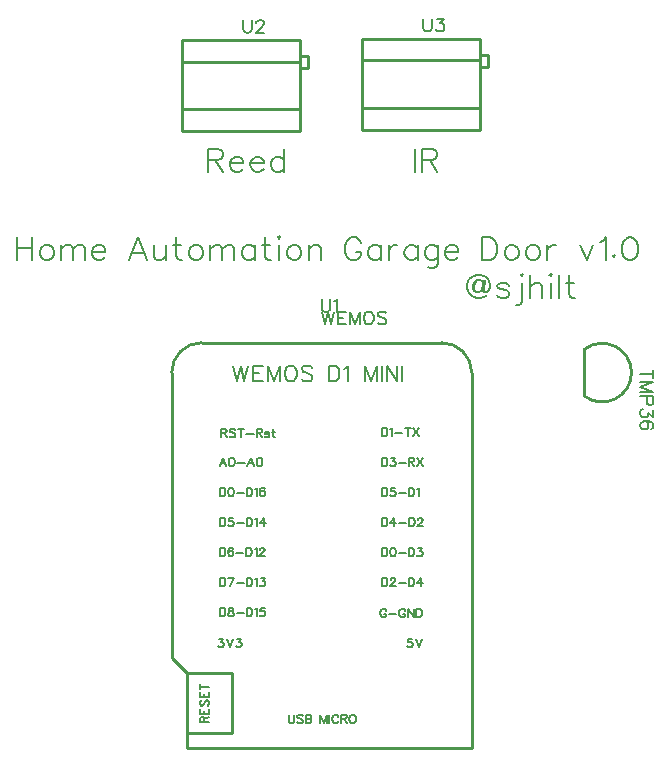
<source format=gto>
G04 Layer: TopSilkLayer*
G04 EasyEDA v6.4.20.6, 2021-08-11T14:47:25--4:00*
G04 e974da8606444200a0902e9624b14983,f06b2ae44ace4e68bcf10d52e37fd181,10*
G04 Gerber Generator version 0.2*
G04 Scale: 100 percent, Rotated: No, Reflected: No *
G04 Dimensions in millimeters *
G04 leading zeros omitted , absolute positions ,4 integer and 5 decimal *
%FSLAX45Y45*%
%MOMM*%

%ADD10C,0.2540*%
%ADD15C,0.2032*%
%ADD16C,0.1524*%
%ADD17C,0.1778*%

%LPD*%
D15*
X3289300Y5932678D02*
G01*
X3289300Y5738876D01*
X3289300Y5932678D02*
G01*
X3372358Y5932678D01*
X3400043Y5923534D01*
X3409441Y5914389D01*
X3418586Y5895847D01*
X3418586Y5877305D01*
X3409441Y5858763D01*
X3400043Y5849620D01*
X3372358Y5840476D01*
X3289300Y5840476D01*
X3354070Y5840476D02*
G01*
X3418586Y5738876D01*
X3479545Y5812789D02*
G01*
X3590290Y5812789D01*
X3590290Y5831078D01*
X3581145Y5849620D01*
X3572002Y5858763D01*
X3553459Y5868162D01*
X3525774Y5868162D01*
X3507231Y5858763D01*
X3488690Y5840476D01*
X3479545Y5812789D01*
X3479545Y5794247D01*
X3488690Y5766562D01*
X3507231Y5748020D01*
X3525774Y5738876D01*
X3553459Y5738876D01*
X3572002Y5748020D01*
X3590290Y5766562D01*
X3651250Y5812789D02*
G01*
X3762247Y5812789D01*
X3762247Y5831078D01*
X3752850Y5849620D01*
X3743706Y5858763D01*
X3725163Y5868162D01*
X3697477Y5868162D01*
X3679190Y5858763D01*
X3660647Y5840476D01*
X3651250Y5812789D01*
X3651250Y5794247D01*
X3660647Y5766562D01*
X3679190Y5748020D01*
X3697477Y5738876D01*
X3725163Y5738876D01*
X3743706Y5748020D01*
X3762247Y5766562D01*
X3933952Y5932678D02*
G01*
X3933952Y5738876D01*
X3933952Y5840476D02*
G01*
X3915409Y5858763D01*
X3897122Y5868162D01*
X3869436Y5868162D01*
X3850893Y5858763D01*
X3832352Y5840476D01*
X3823208Y5812789D01*
X3823208Y5794247D01*
X3832352Y5766562D01*
X3850893Y5748020D01*
X3869436Y5738876D01*
X3897122Y5738876D01*
X3915409Y5748020D01*
X3933952Y5766562D01*
X5041900Y5932678D02*
G01*
X5041900Y5738876D01*
X5102859Y5932678D02*
G01*
X5102859Y5738876D01*
X5102859Y5932678D02*
G01*
X5185918Y5932678D01*
X5213604Y5923534D01*
X5223002Y5914389D01*
X5232145Y5895847D01*
X5232145Y5877305D01*
X5223002Y5858763D01*
X5213604Y5849620D01*
X5185918Y5840476D01*
X5102859Y5840476D01*
X5167629Y5840476D02*
G01*
X5232145Y5738876D01*
X1676400Y5183378D02*
G01*
X1676400Y4989576D01*
X1805686Y5183378D02*
G01*
X1805686Y4989576D01*
X1676400Y5091176D02*
G01*
X1805686Y5091176D01*
X1912873Y5118862D02*
G01*
X1894331Y5109463D01*
X1875789Y5091176D01*
X1866645Y5063489D01*
X1866645Y5044947D01*
X1875789Y5017262D01*
X1894331Y4998720D01*
X1912873Y4989576D01*
X1940559Y4989576D01*
X1959102Y4998720D01*
X1977390Y5017262D01*
X1986788Y5044947D01*
X1986788Y5063489D01*
X1977390Y5091176D01*
X1959102Y5109463D01*
X1940559Y5118862D01*
X1912873Y5118862D01*
X2047747Y5118862D02*
G01*
X2047747Y4989576D01*
X2047747Y5081778D02*
G01*
X2075434Y5109463D01*
X2093975Y5118862D01*
X2121661Y5118862D01*
X2139950Y5109463D01*
X2149347Y5081778D01*
X2149347Y4989576D01*
X2149347Y5081778D02*
G01*
X2177034Y5109463D01*
X2195575Y5118862D01*
X2223261Y5118862D01*
X2241550Y5109463D01*
X2250947Y5081778D01*
X2250947Y4989576D01*
X2311908Y5063489D02*
G01*
X2422652Y5063489D01*
X2422652Y5081778D01*
X2413508Y5100320D01*
X2404109Y5109463D01*
X2385822Y5118862D01*
X2358136Y5118862D01*
X2339593Y5109463D01*
X2321052Y5091176D01*
X2311908Y5063489D01*
X2311908Y5044947D01*
X2321052Y5017262D01*
X2339593Y4998720D01*
X2358136Y4989576D01*
X2385822Y4989576D01*
X2404109Y4998720D01*
X2422652Y5017262D01*
X2699765Y5183378D02*
G01*
X2625852Y4989576D01*
X2699765Y5183378D02*
G01*
X2773679Y4989576D01*
X2653538Y5054092D02*
G01*
X2745993Y5054092D01*
X2834640Y5118862D02*
G01*
X2834640Y5026405D01*
X2843784Y4998720D01*
X2862325Y4989576D01*
X2890011Y4989576D01*
X2908554Y4998720D01*
X2936240Y5026405D01*
X2936240Y5118862D02*
G01*
X2936240Y4989576D01*
X3024886Y5183378D02*
G01*
X3024886Y5026405D01*
X3034029Y4998720D01*
X3052572Y4989576D01*
X3071113Y4989576D01*
X2997200Y5118862D02*
G01*
X3061970Y5118862D01*
X3178302Y5118862D02*
G01*
X3159759Y5109463D01*
X3141218Y5091176D01*
X3132074Y5063489D01*
X3132074Y5044947D01*
X3141218Y5017262D01*
X3159759Y4998720D01*
X3178302Y4989576D01*
X3205988Y4989576D01*
X3224529Y4998720D01*
X3242818Y5017262D01*
X3252215Y5044947D01*
X3252215Y5063489D01*
X3242818Y5091176D01*
X3224529Y5109463D01*
X3205988Y5118862D01*
X3178302Y5118862D01*
X3313175Y5118862D02*
G01*
X3313175Y4989576D01*
X3313175Y5081778D02*
G01*
X3340861Y5109463D01*
X3359150Y5118862D01*
X3387090Y5118862D01*
X3405377Y5109463D01*
X3414775Y5081778D01*
X3414775Y4989576D01*
X3414775Y5081778D02*
G01*
X3442461Y5109463D01*
X3460750Y5118862D01*
X3488690Y5118862D01*
X3506977Y5109463D01*
X3516375Y5081778D01*
X3516375Y4989576D01*
X3688079Y5118862D02*
G01*
X3688079Y4989576D01*
X3688079Y5091176D02*
G01*
X3669538Y5109463D01*
X3651250Y5118862D01*
X3623309Y5118862D01*
X3605022Y5109463D01*
X3586479Y5091176D01*
X3577336Y5063489D01*
X3577336Y5044947D01*
X3586479Y5017262D01*
X3605022Y4998720D01*
X3623309Y4989576D01*
X3651250Y4989576D01*
X3669538Y4998720D01*
X3688079Y5017262D01*
X3776725Y5183378D02*
G01*
X3776725Y5026405D01*
X3785870Y4998720D01*
X3804411Y4989576D01*
X3822954Y4989576D01*
X3749040Y5118862D02*
G01*
X3813809Y5118862D01*
X3883913Y5183378D02*
G01*
X3893058Y5174234D01*
X3902456Y5183378D01*
X3893058Y5192776D01*
X3883913Y5183378D01*
X3893058Y5118862D02*
G01*
X3893058Y4989576D01*
X4009390Y5118862D02*
G01*
X3991102Y5109463D01*
X3972559Y5091176D01*
X3963415Y5063489D01*
X3963415Y5044947D01*
X3972559Y5017262D01*
X3991102Y4998720D01*
X4009390Y4989576D01*
X4037329Y4989576D01*
X4055618Y4998720D01*
X4074159Y5017262D01*
X4083304Y5044947D01*
X4083304Y5063489D01*
X4074159Y5091176D01*
X4055618Y5109463D01*
X4037329Y5118862D01*
X4009390Y5118862D01*
X4144263Y5118862D02*
G01*
X4144263Y4989576D01*
X4144263Y5081778D02*
G01*
X4171950Y5109463D01*
X4190491Y5118862D01*
X4218177Y5118862D01*
X4236720Y5109463D01*
X4245863Y5081778D01*
X4245863Y4989576D01*
X4587747Y5137150D02*
G01*
X4578350Y5155692D01*
X4560061Y5174234D01*
X4541520Y5183378D01*
X4504690Y5183378D01*
X4486147Y5174234D01*
X4467606Y5155692D01*
X4458461Y5137150D01*
X4449063Y5109463D01*
X4449063Y5063489D01*
X4458461Y5035550D01*
X4467606Y5017262D01*
X4486147Y4998720D01*
X4504690Y4989576D01*
X4541520Y4989576D01*
X4560061Y4998720D01*
X4578350Y5017262D01*
X4587747Y5035550D01*
X4587747Y5063489D01*
X4541520Y5063489D02*
G01*
X4587747Y5063489D01*
X4759452Y5118862D02*
G01*
X4759452Y4989576D01*
X4759452Y5091176D02*
G01*
X4740909Y5109463D01*
X4722622Y5118862D01*
X4694936Y5118862D01*
X4676393Y5109463D01*
X4657852Y5091176D01*
X4648708Y5063489D01*
X4648708Y5044947D01*
X4657852Y5017262D01*
X4676393Y4998720D01*
X4694936Y4989576D01*
X4722622Y4989576D01*
X4740909Y4998720D01*
X4759452Y5017262D01*
X4820411Y5118862D02*
G01*
X4820411Y4989576D01*
X4820411Y5063489D02*
G01*
X4829809Y5091176D01*
X4848097Y5109463D01*
X4866640Y5118862D01*
X4894325Y5118862D01*
X5066029Y5118862D02*
G01*
X5066029Y4989576D01*
X5066029Y5091176D02*
G01*
X5047741Y5109463D01*
X5029200Y5118862D01*
X5001513Y5118862D01*
X4982972Y5109463D01*
X4964429Y5091176D01*
X4955286Y5063489D01*
X4955286Y5044947D01*
X4964429Y5017262D01*
X4982972Y4998720D01*
X5001513Y4989576D01*
X5029200Y4989576D01*
X5047741Y4998720D01*
X5066029Y5017262D01*
X5237988Y5118862D02*
G01*
X5237988Y4971034D01*
X5228590Y4943347D01*
X5219445Y4933950D01*
X5200904Y4924805D01*
X5173218Y4924805D01*
X5154929Y4933950D01*
X5237988Y5091176D02*
G01*
X5219445Y5109463D01*
X5200904Y5118862D01*
X5173218Y5118862D01*
X5154929Y5109463D01*
X5136388Y5091176D01*
X5126990Y5063489D01*
X5126990Y5044947D01*
X5136388Y5017262D01*
X5154929Y4998720D01*
X5173218Y4989576D01*
X5200904Y4989576D01*
X5219445Y4998720D01*
X5237988Y5017262D01*
X5298947Y5063489D02*
G01*
X5409691Y5063489D01*
X5409691Y5081778D01*
X5400547Y5100320D01*
X5391150Y5109463D01*
X5372861Y5118862D01*
X5345175Y5118862D01*
X5326634Y5109463D01*
X5308091Y5091176D01*
X5298947Y5063489D01*
X5298947Y5044947D01*
X5308091Y5017262D01*
X5326634Y4998720D01*
X5345175Y4989576D01*
X5372861Y4989576D01*
X5391150Y4998720D01*
X5409691Y5017262D01*
X5612891Y5183378D02*
G01*
X5612891Y4989576D01*
X5612891Y5183378D02*
G01*
X5677661Y5183378D01*
X5705347Y5174234D01*
X5723890Y5155692D01*
X5733034Y5137150D01*
X5742177Y5109463D01*
X5742177Y5063489D01*
X5733034Y5035550D01*
X5723890Y5017262D01*
X5705347Y4998720D01*
X5677661Y4989576D01*
X5612891Y4989576D01*
X5849365Y5118862D02*
G01*
X5830824Y5109463D01*
X5812536Y5091176D01*
X5803138Y5063489D01*
X5803138Y5044947D01*
X5812536Y5017262D01*
X5830824Y4998720D01*
X5849365Y4989576D01*
X5877052Y4989576D01*
X5895593Y4998720D01*
X5914136Y5017262D01*
X5923279Y5044947D01*
X5923279Y5063489D01*
X5914136Y5091176D01*
X5895593Y5109463D01*
X5877052Y5118862D01*
X5849365Y5118862D01*
X6030468Y5118862D02*
G01*
X6011925Y5109463D01*
X5993384Y5091176D01*
X5984240Y5063489D01*
X5984240Y5044947D01*
X5993384Y5017262D01*
X6011925Y4998720D01*
X6030468Y4989576D01*
X6058154Y4989576D01*
X6076695Y4998720D01*
X6094984Y5017262D01*
X6104381Y5044947D01*
X6104381Y5063489D01*
X6094984Y5091176D01*
X6076695Y5109463D01*
X6058154Y5118862D01*
X6030468Y5118862D01*
X6165341Y5118862D02*
G01*
X6165341Y4989576D01*
X6165341Y5063489D02*
G01*
X6174486Y5091176D01*
X6193027Y5109463D01*
X6211570Y5118862D01*
X6239256Y5118862D01*
X6442456Y5118862D02*
G01*
X6497827Y4989576D01*
X6553200Y5118862D02*
G01*
X6497827Y4989576D01*
X6614159Y5146547D02*
G01*
X6632702Y5155692D01*
X6660388Y5183378D01*
X6660388Y4989576D01*
X6730491Y5035550D02*
G01*
X6721347Y5026405D01*
X6730491Y5017262D01*
X6739890Y5026405D01*
X6730491Y5035550D01*
X6856222Y5183378D02*
G01*
X6828536Y5174234D01*
X6809993Y5146547D01*
X6800850Y5100320D01*
X6800850Y5072634D01*
X6809993Y5026405D01*
X6828536Y4998720D01*
X6856222Y4989576D01*
X6874509Y4989576D01*
X6902450Y4998720D01*
X6920738Y5026405D01*
X6930136Y5072634D01*
X6930136Y5100320D01*
X6920738Y5146547D01*
X6902450Y5174234D01*
X6874509Y5183378D01*
X6856222Y5183378D01*
X5624829Y4791963D02*
G01*
X5615686Y4810505D01*
X5597143Y4819650D01*
X5569458Y4819650D01*
X5551170Y4810505D01*
X5541772Y4801362D01*
X5532627Y4773676D01*
X5532627Y4745989D01*
X5541772Y4727447D01*
X5560313Y4718050D01*
X5588000Y4718050D01*
X5606541Y4727447D01*
X5615686Y4745989D01*
X5569458Y4819650D02*
G01*
X5551170Y4801362D01*
X5541772Y4773676D01*
X5541772Y4745989D01*
X5551170Y4727447D01*
X5560313Y4718050D01*
X5624829Y4819650D02*
G01*
X5615686Y4745989D01*
X5615686Y4727447D01*
X5634227Y4718050D01*
X5652770Y4718050D01*
X5671058Y4736592D01*
X5680456Y4764278D01*
X5680456Y4782820D01*
X5671058Y4810505D01*
X5661913Y4829047D01*
X5643372Y4847589D01*
X5624829Y4856734D01*
X5597143Y4865878D01*
X5569458Y4865878D01*
X5541772Y4856734D01*
X5523229Y4847589D01*
X5504941Y4829047D01*
X5495543Y4810505D01*
X5486400Y4782820D01*
X5486400Y4755134D01*
X5495543Y4727447D01*
X5504941Y4708905D01*
X5523229Y4690363D01*
X5541772Y4681220D01*
X5569458Y4672076D01*
X5597143Y4672076D01*
X5624829Y4681220D01*
X5643372Y4690363D01*
X5652770Y4699762D01*
X5634227Y4819650D02*
G01*
X5624829Y4745989D01*
X5624829Y4727447D01*
X5634227Y4718050D01*
X5843015Y4773676D02*
G01*
X5833618Y4791963D01*
X5805931Y4801362D01*
X5778245Y4801362D01*
X5750559Y4791963D01*
X5741415Y4773676D01*
X5750559Y4755134D01*
X5769102Y4745989D01*
X5815329Y4736592D01*
X5833618Y4727447D01*
X5843015Y4708905D01*
X5843015Y4699762D01*
X5833618Y4681220D01*
X5805931Y4672076D01*
X5778245Y4672076D01*
X5750559Y4681220D01*
X5741415Y4699762D01*
X5940806Y4865878D02*
G01*
X5949950Y4856734D01*
X5959347Y4865878D01*
X5949950Y4875276D01*
X5940806Y4865878D01*
X5949950Y4801362D02*
G01*
X5949950Y4644389D01*
X5940806Y4616450D01*
X5922263Y4607305D01*
X5903975Y4607305D01*
X6020308Y4865878D02*
G01*
X6020308Y4672076D01*
X6020308Y4764278D02*
G01*
X6047993Y4791963D01*
X6066536Y4801362D01*
X6094222Y4801362D01*
X6112509Y4791963D01*
X6121908Y4764278D01*
X6121908Y4672076D01*
X6182868Y4865878D02*
G01*
X6192011Y4856734D01*
X6201409Y4865878D01*
X6192011Y4875276D01*
X6182868Y4865878D01*
X6192011Y4801362D02*
G01*
X6192011Y4672076D01*
X6262370Y4865878D02*
G01*
X6262370Y4672076D01*
X6351015Y4865878D02*
G01*
X6351015Y4708905D01*
X6360159Y4681220D01*
X6378702Y4672076D01*
X6396990Y4672076D01*
X6323329Y4801362D02*
G01*
X6387845Y4801362D01*
D16*
X4254500Y4661915D02*
G01*
X4254500Y4583937D01*
X4259579Y4568444D01*
X4269993Y4558029D01*
X4285741Y4552950D01*
X4296156Y4552950D01*
X4311650Y4558029D01*
X4322063Y4568444D01*
X4327143Y4583937D01*
X4327143Y4661915D01*
X4361434Y4641087D02*
G01*
X4371847Y4646421D01*
X4387595Y4661915D01*
X4387595Y4552950D01*
D17*
X4254500Y4555744D02*
G01*
X4280408Y4446778D01*
X4306570Y4555744D02*
G01*
X4280408Y4446778D01*
X4306570Y4555744D02*
G01*
X4332477Y4446778D01*
X4358386Y4555744D02*
G01*
X4332477Y4446778D01*
X4392675Y4555744D02*
G01*
X4392675Y4446778D01*
X4392675Y4555744D02*
G01*
X4460240Y4555744D01*
X4392675Y4503928D02*
G01*
X4434331Y4503928D01*
X4392675Y4446778D02*
G01*
X4460240Y4446778D01*
X4494529Y4555744D02*
G01*
X4494529Y4446778D01*
X4494529Y4555744D02*
G01*
X4536186Y4446778D01*
X4577588Y4555744D02*
G01*
X4536186Y4446778D01*
X4577588Y4555744D02*
G01*
X4577588Y4446778D01*
X4643120Y4555744D02*
G01*
X4632706Y4550663D01*
X4622291Y4540250D01*
X4617211Y4529836D01*
X4611877Y4514087D01*
X4611877Y4488179D01*
X4617211Y4472686D01*
X4622291Y4462271D01*
X4632706Y4451857D01*
X4643120Y4446778D01*
X4663947Y4446778D01*
X4674361Y4451857D01*
X4684775Y4462271D01*
X4689856Y4472686D01*
X4695190Y4488179D01*
X4695190Y4514087D01*
X4689856Y4529836D01*
X4684775Y4540250D01*
X4674361Y4550663D01*
X4663947Y4555744D01*
X4643120Y4555744D01*
X4802124Y4540250D02*
G01*
X4791709Y4550663D01*
X4776215Y4555744D01*
X4755388Y4555744D01*
X4739640Y4550663D01*
X4729479Y4540250D01*
X4729479Y4529836D01*
X4734559Y4519421D01*
X4739640Y4514087D01*
X4750054Y4509007D01*
X4781295Y4498594D01*
X4791709Y4493513D01*
X4796790Y4488179D01*
X4802124Y4477765D01*
X4802124Y4462271D01*
X4791709Y4451857D01*
X4776215Y4446778D01*
X4755388Y4446778D01*
X4739640Y4451857D01*
X4729479Y4462271D01*
D16*
X3403600Y3564125D02*
G01*
X3403600Y3491227D01*
X3403600Y3564125D02*
G01*
X3434841Y3564125D01*
X3445256Y3560569D01*
X3448558Y3557013D01*
X3452113Y3550155D01*
X3452113Y3543297D01*
X3448558Y3536439D01*
X3445256Y3532883D01*
X3434841Y3529327D01*
X3403600Y3529327D01*
X3427729Y3529327D02*
G01*
X3452113Y3491227D01*
X3523488Y3553711D02*
G01*
X3516629Y3560569D01*
X3506215Y3564125D01*
X3492245Y3564125D01*
X3481831Y3560569D01*
X3474974Y3553711D01*
X3474974Y3546599D01*
X3478529Y3539741D01*
X3481831Y3536439D01*
X3488690Y3532883D01*
X3509518Y3526025D01*
X3516629Y3522469D01*
X3519931Y3518913D01*
X3523488Y3512055D01*
X3523488Y3501641D01*
X3516629Y3494783D01*
X3506215Y3491227D01*
X3492245Y3491227D01*
X3481831Y3494783D01*
X3474974Y3501641D01*
X3570477Y3564125D02*
G01*
X3570477Y3491227D01*
X3546347Y3564125D02*
G01*
X3594861Y3564125D01*
X3617722Y3522469D02*
G01*
X3679952Y3522469D01*
X3702811Y3564125D02*
G01*
X3702811Y3491227D01*
X3702811Y3564125D02*
G01*
X3734054Y3564125D01*
X3744468Y3560569D01*
X3747770Y3557013D01*
X3751325Y3550155D01*
X3751325Y3543297D01*
X3747770Y3536439D01*
X3744468Y3532883D01*
X3734054Y3529327D01*
X3702811Y3529327D01*
X3727195Y3529327D02*
G01*
X3751325Y3491227D01*
X3812286Y3529327D02*
G01*
X3808729Y3536439D01*
X3798570Y3539741D01*
X3788156Y3539741D01*
X3777741Y3536439D01*
X3774186Y3529327D01*
X3777741Y3522469D01*
X3784600Y3518913D01*
X3801872Y3515611D01*
X3808729Y3512055D01*
X3812286Y3505197D01*
X3812286Y3501641D01*
X3808729Y3494783D01*
X3798570Y3491227D01*
X3788156Y3491227D01*
X3777741Y3494783D01*
X3774186Y3501641D01*
X3845559Y3564125D02*
G01*
X3845559Y3505197D01*
X3849115Y3494783D01*
X3855974Y3491227D01*
X3862831Y3491227D01*
X3835145Y3539741D02*
G01*
X3859529Y3539741D01*
X3418586Y3318255D02*
G01*
X3390900Y3245357D01*
X3418586Y3318255D02*
G01*
X3446272Y3245357D01*
X3401313Y3269742D02*
G01*
X3435858Y3269742D01*
X3489959Y3318255D02*
G01*
X3479545Y3314700D01*
X3472688Y3304286D01*
X3469131Y3287013D01*
X3469131Y3276600D01*
X3472688Y3259328D01*
X3479545Y3248913D01*
X3489959Y3245357D01*
X3496818Y3245357D01*
X3507231Y3248913D01*
X3514090Y3259328D01*
X3517645Y3276600D01*
X3517645Y3287013D01*
X3514090Y3304286D01*
X3507231Y3314700D01*
X3496818Y3318255D01*
X3489959Y3318255D01*
X3540506Y3276600D02*
G01*
X3602990Y3276600D01*
X3653536Y3318255D02*
G01*
X3625850Y3245357D01*
X3653536Y3318255D02*
G01*
X3681222Y3245357D01*
X3636009Y3269742D02*
G01*
X3670808Y3269742D01*
X3724909Y3318255D02*
G01*
X3714495Y3314700D01*
X3707384Y3304286D01*
X3704081Y3287013D01*
X3704081Y3276600D01*
X3707384Y3259328D01*
X3714495Y3248913D01*
X3724909Y3245357D01*
X3731768Y3245357D01*
X3742181Y3248913D01*
X3749040Y3259328D01*
X3752595Y3276600D01*
X3752595Y3287013D01*
X3749040Y3304286D01*
X3742181Y3314700D01*
X3731768Y3318255D01*
X3724909Y3318255D01*
X3390900Y3064255D02*
G01*
X3390900Y2991357D01*
X3390900Y3064255D02*
G01*
X3415029Y3064255D01*
X3425443Y3060700D01*
X3432556Y3053842D01*
X3435858Y3046729D01*
X3439413Y3036570D01*
X3439413Y3019044D01*
X3435858Y3008629D01*
X3432556Y3001771D01*
X3425443Y2994913D01*
X3415029Y2991357D01*
X3390900Y2991357D01*
X3483102Y3064255D02*
G01*
X3472688Y3060700D01*
X3465829Y3050286D01*
X3462274Y3033013D01*
X3462274Y3022600D01*
X3465829Y3005328D01*
X3472688Y2994913D01*
X3483102Y2991357D01*
X3489959Y2991357D01*
X3500374Y2994913D01*
X3507231Y3005328D01*
X3510788Y3022600D01*
X3510788Y3033013D01*
X3507231Y3050286D01*
X3500374Y3060700D01*
X3489959Y3064255D01*
X3483102Y3064255D01*
X3533647Y3022600D02*
G01*
X3595877Y3022600D01*
X3618738Y3064255D02*
G01*
X3618738Y2991357D01*
X3618738Y3064255D02*
G01*
X3643122Y3064255D01*
X3653536Y3060700D01*
X3660393Y3053842D01*
X3663950Y3046729D01*
X3667252Y3036570D01*
X3667252Y3019044D01*
X3663950Y3008629D01*
X3660393Y3001771D01*
X3653536Y2994913D01*
X3643122Y2991357D01*
X3618738Y2991357D01*
X3690111Y3050286D02*
G01*
X3696970Y3053842D01*
X3707384Y3064255D01*
X3707384Y2991357D01*
X3771900Y3053842D02*
G01*
X3768343Y3060700D01*
X3757929Y3064255D01*
X3751072Y3064255D01*
X3740658Y3060700D01*
X3733800Y3050286D01*
X3730243Y3033013D01*
X3730243Y3015742D01*
X3733800Y3001771D01*
X3740658Y2994913D01*
X3751072Y2991357D01*
X3754627Y2991357D01*
X3765041Y2994913D01*
X3771900Y3001771D01*
X3775456Y3012186D01*
X3775456Y3015742D01*
X3771900Y3026155D01*
X3765041Y3033013D01*
X3754627Y3036570D01*
X3751072Y3036570D01*
X3740658Y3033013D01*
X3733800Y3026155D01*
X3730243Y3015742D01*
X3390900Y2810255D02*
G01*
X3390900Y2737357D01*
X3390900Y2810255D02*
G01*
X3415029Y2810255D01*
X3425443Y2806700D01*
X3432556Y2799842D01*
X3435858Y2792729D01*
X3439413Y2782570D01*
X3439413Y2765044D01*
X3435858Y2754629D01*
X3432556Y2747771D01*
X3425443Y2740913D01*
X3415029Y2737357D01*
X3390900Y2737357D01*
X3503929Y2810255D02*
G01*
X3469131Y2810255D01*
X3465829Y2779013D01*
X3469131Y2782570D01*
X3479545Y2785871D01*
X3489959Y2785871D01*
X3500374Y2782570D01*
X3507231Y2775457D01*
X3510788Y2765044D01*
X3510788Y2758186D01*
X3507231Y2747771D01*
X3500374Y2740913D01*
X3489959Y2737357D01*
X3479545Y2737357D01*
X3469131Y2740913D01*
X3465829Y2744470D01*
X3462274Y2751328D01*
X3533647Y2768600D02*
G01*
X3595877Y2768600D01*
X3618738Y2810255D02*
G01*
X3618738Y2737357D01*
X3618738Y2810255D02*
G01*
X3643122Y2810255D01*
X3653536Y2806700D01*
X3660393Y2799842D01*
X3663950Y2792729D01*
X3667252Y2782570D01*
X3667252Y2765044D01*
X3663950Y2754629D01*
X3660393Y2747771D01*
X3653536Y2740913D01*
X3643122Y2737357D01*
X3618738Y2737357D01*
X3690111Y2796286D02*
G01*
X3696970Y2799842D01*
X3707384Y2810255D01*
X3707384Y2737357D01*
X3765041Y2810255D02*
G01*
X3730243Y2761742D01*
X3782313Y2761742D01*
X3765041Y2810255D02*
G01*
X3765041Y2737357D01*
X3390900Y2556255D02*
G01*
X3390900Y2483357D01*
X3390900Y2556255D02*
G01*
X3415029Y2556255D01*
X3425443Y2552700D01*
X3432556Y2545842D01*
X3435858Y2538729D01*
X3439413Y2528570D01*
X3439413Y2511044D01*
X3435858Y2500629D01*
X3432556Y2493771D01*
X3425443Y2486913D01*
X3415029Y2483357D01*
X3390900Y2483357D01*
X3503929Y2545842D02*
G01*
X3500374Y2552700D01*
X3489959Y2556255D01*
X3483102Y2556255D01*
X3472688Y2552700D01*
X3465829Y2542286D01*
X3462274Y2525013D01*
X3462274Y2507742D01*
X3465829Y2493771D01*
X3472688Y2486913D01*
X3483102Y2483357D01*
X3486404Y2483357D01*
X3496818Y2486913D01*
X3503929Y2493771D01*
X3507231Y2504186D01*
X3507231Y2507742D01*
X3503929Y2518155D01*
X3496818Y2525013D01*
X3486404Y2528570D01*
X3483102Y2528570D01*
X3472688Y2525013D01*
X3465829Y2518155D01*
X3462274Y2507742D01*
X3530091Y2514600D02*
G01*
X3592575Y2514600D01*
X3615436Y2556255D02*
G01*
X3615436Y2483357D01*
X3615436Y2556255D02*
G01*
X3639565Y2556255D01*
X3649979Y2552700D01*
X3656838Y2545842D01*
X3660393Y2538729D01*
X3663950Y2528570D01*
X3663950Y2511044D01*
X3660393Y2500629D01*
X3656838Y2493771D01*
X3649979Y2486913D01*
X3639565Y2483357D01*
X3615436Y2483357D01*
X3686809Y2542286D02*
G01*
X3693668Y2545842D01*
X3704081Y2556255D01*
X3704081Y2483357D01*
X3730243Y2538729D02*
G01*
X3730243Y2542286D01*
X3733800Y2549144D01*
X3737356Y2552700D01*
X3744213Y2556255D01*
X3757929Y2556255D01*
X3765041Y2552700D01*
X3768343Y2549144D01*
X3771900Y2542286D01*
X3771900Y2535428D01*
X3768343Y2528570D01*
X3761486Y2518155D01*
X3726941Y2483357D01*
X3775456Y2483357D01*
X3390900Y2302255D02*
G01*
X3390900Y2229357D01*
X3390900Y2302255D02*
G01*
X3415029Y2302255D01*
X3425443Y2298700D01*
X3432556Y2291842D01*
X3435858Y2284729D01*
X3439413Y2274570D01*
X3439413Y2257044D01*
X3435858Y2246629D01*
X3432556Y2239771D01*
X3425443Y2232913D01*
X3415029Y2229357D01*
X3390900Y2229357D01*
X3510788Y2302255D02*
G01*
X3475990Y2229357D01*
X3462274Y2302255D02*
G01*
X3510788Y2302255D01*
X3533647Y2260600D02*
G01*
X3595877Y2260600D01*
X3618738Y2302255D02*
G01*
X3618738Y2229357D01*
X3618738Y2302255D02*
G01*
X3643122Y2302255D01*
X3653536Y2298700D01*
X3660393Y2291842D01*
X3663950Y2284729D01*
X3667252Y2274570D01*
X3667252Y2257044D01*
X3663950Y2246629D01*
X3660393Y2239771D01*
X3653536Y2232913D01*
X3643122Y2229357D01*
X3618738Y2229357D01*
X3690111Y2288286D02*
G01*
X3696970Y2291842D01*
X3707384Y2302255D01*
X3707384Y2229357D01*
X3737356Y2302255D02*
G01*
X3775456Y2302255D01*
X3754627Y2274570D01*
X3765041Y2274570D01*
X3771900Y2271013D01*
X3775456Y2267457D01*
X3778758Y2257044D01*
X3778758Y2250186D01*
X3775456Y2239771D01*
X3768343Y2232913D01*
X3757929Y2229357D01*
X3747770Y2229357D01*
X3737356Y2232913D01*
X3733800Y2236470D01*
X3730243Y2243328D01*
X3390900Y2048255D02*
G01*
X3390900Y1975357D01*
X3390900Y2048255D02*
G01*
X3415029Y2048255D01*
X3425443Y2044700D01*
X3432556Y2037842D01*
X3435858Y2030729D01*
X3439413Y2020570D01*
X3439413Y2003044D01*
X3435858Y1992629D01*
X3432556Y1985771D01*
X3425443Y1978913D01*
X3415029Y1975357D01*
X3390900Y1975357D01*
X3479545Y2048255D02*
G01*
X3469131Y2044700D01*
X3465829Y2037842D01*
X3465829Y2030729D01*
X3469131Y2023871D01*
X3475990Y2020570D01*
X3489959Y2017013D01*
X3500374Y2013457D01*
X3507231Y2006600D01*
X3510788Y1999742D01*
X3510788Y1989328D01*
X3507231Y1982470D01*
X3503929Y1978913D01*
X3493515Y1975357D01*
X3479545Y1975357D01*
X3469131Y1978913D01*
X3465829Y1982470D01*
X3462274Y1989328D01*
X3462274Y1999742D01*
X3465829Y2006600D01*
X3472688Y2013457D01*
X3483102Y2017013D01*
X3496818Y2020570D01*
X3503929Y2023871D01*
X3507231Y2030729D01*
X3507231Y2037842D01*
X3503929Y2044700D01*
X3493515Y2048255D01*
X3479545Y2048255D01*
X3533647Y2006600D02*
G01*
X3595877Y2006600D01*
X3618738Y2048255D02*
G01*
X3618738Y1975357D01*
X3618738Y2048255D02*
G01*
X3643122Y2048255D01*
X3653536Y2044700D01*
X3660393Y2037842D01*
X3663950Y2030729D01*
X3667252Y2020570D01*
X3667252Y2003044D01*
X3663950Y1992629D01*
X3660393Y1985771D01*
X3653536Y1978913D01*
X3643122Y1975357D01*
X3618738Y1975357D01*
X3690111Y2034286D02*
G01*
X3696970Y2037842D01*
X3707384Y2048255D01*
X3707384Y1975357D01*
X3771900Y2048255D02*
G01*
X3737356Y2048255D01*
X3733800Y2017013D01*
X3737356Y2020570D01*
X3747770Y2023871D01*
X3757929Y2023871D01*
X3768343Y2020570D01*
X3775456Y2013457D01*
X3778758Y2003044D01*
X3778758Y1996186D01*
X3775456Y1985771D01*
X3768343Y1978913D01*
X3757929Y1975357D01*
X3747770Y1975357D01*
X3737356Y1978913D01*
X3733800Y1982470D01*
X3730243Y1989328D01*
X3385058Y1786130D02*
G01*
X3423158Y1786130D01*
X3402329Y1758444D01*
X3412743Y1758444D01*
X3419856Y1754888D01*
X3423158Y1751332D01*
X3426713Y1740918D01*
X3426713Y1734060D01*
X3423158Y1723646D01*
X3416300Y1716788D01*
X3405886Y1713232D01*
X3395472Y1713232D01*
X3385058Y1716788D01*
X3381756Y1720344D01*
X3378200Y1727202D01*
X3449574Y1786130D02*
G01*
X3477259Y1713232D01*
X3504945Y1786130D02*
G01*
X3477259Y1713232D01*
X3534663Y1786130D02*
G01*
X3572763Y1786130D01*
X3552190Y1758444D01*
X3562350Y1758444D01*
X3569461Y1754888D01*
X3572763Y1751332D01*
X3576320Y1740918D01*
X3576320Y1734060D01*
X3572763Y1723646D01*
X3565906Y1716788D01*
X3555491Y1713232D01*
X3545077Y1713232D01*
X3534663Y1716788D01*
X3531361Y1720344D01*
X3527806Y1727202D01*
X5020056Y1786128D02*
G01*
X4985258Y1786128D01*
X4981956Y1754886D01*
X4985258Y1758442D01*
X4995672Y1761744D01*
X5006086Y1761744D01*
X5016500Y1758442D01*
X5023358Y1751329D01*
X5026913Y1740915D01*
X5026913Y1734057D01*
X5023358Y1723644D01*
X5016500Y1716786D01*
X5006086Y1713229D01*
X4995672Y1713229D01*
X4985258Y1716786D01*
X4981956Y1720342D01*
X4978400Y1727200D01*
X5049774Y1786128D02*
G01*
X5077459Y1713229D01*
X5105145Y1786128D02*
G01*
X5077459Y1713229D01*
X4801870Y2022599D02*
G01*
X4798313Y2029711D01*
X4791456Y2036569D01*
X4784343Y2040125D01*
X4770627Y2040125D01*
X4763770Y2036569D01*
X4756658Y2029711D01*
X4753356Y2022599D01*
X4749800Y2012439D01*
X4749800Y1994913D01*
X4753356Y1984499D01*
X4756658Y1977641D01*
X4763770Y1970783D01*
X4770627Y1967227D01*
X4784343Y1967227D01*
X4791456Y1970783D01*
X4798313Y1977641D01*
X4801870Y1984499D01*
X4801870Y1994913D01*
X4784343Y1994913D02*
G01*
X4801870Y1994913D01*
X4824729Y1998469D02*
G01*
X4886959Y1998469D01*
X4961890Y2022599D02*
G01*
X4958334Y2029711D01*
X4951475Y2036569D01*
X4944363Y2040125D01*
X4930647Y2040125D01*
X4923790Y2036569D01*
X4916677Y2029711D01*
X4913375Y2022599D01*
X4909820Y2012439D01*
X4909820Y1994913D01*
X4913375Y1984499D01*
X4916677Y1977641D01*
X4923790Y1970783D01*
X4930647Y1967227D01*
X4944363Y1967227D01*
X4951475Y1970783D01*
X4958334Y1977641D01*
X4961890Y1984499D01*
X4961890Y1994913D01*
X4944363Y1994913D02*
G01*
X4961890Y1994913D01*
X4984750Y2040125D02*
G01*
X4984750Y1967227D01*
X4984750Y2040125D02*
G01*
X5033009Y1967227D01*
X5033009Y2040125D02*
G01*
X5033009Y1967227D01*
X5055870Y2040125D02*
G01*
X5055870Y1967227D01*
X5055870Y2040125D02*
G01*
X5080254Y2040125D01*
X5090668Y2036569D01*
X5097525Y2029711D01*
X5101081Y2022599D01*
X5104384Y2012439D01*
X5104384Y1994913D01*
X5101081Y1984499D01*
X5097525Y1977641D01*
X5090668Y1970783D01*
X5080254Y1967227D01*
X5055870Y1967227D01*
X4762500Y2302255D02*
G01*
X4762500Y2229357D01*
X4762500Y2302255D02*
G01*
X4786629Y2302255D01*
X4797043Y2298700D01*
X4804156Y2291842D01*
X4807458Y2284729D01*
X4811013Y2274570D01*
X4811013Y2257044D01*
X4807458Y2246629D01*
X4804156Y2239771D01*
X4797043Y2232913D01*
X4786629Y2229357D01*
X4762500Y2229357D01*
X4837429Y2284729D02*
G01*
X4837429Y2288286D01*
X4840731Y2295144D01*
X4844288Y2298700D01*
X4851145Y2302255D01*
X4865115Y2302255D01*
X4871974Y2298700D01*
X4875529Y2295144D01*
X4878831Y2288286D01*
X4878831Y2281428D01*
X4875529Y2274570D01*
X4868418Y2264155D01*
X4833874Y2229357D01*
X4882388Y2229357D01*
X4905247Y2260600D02*
G01*
X4967477Y2260600D01*
X4990338Y2302255D02*
G01*
X4990338Y2229357D01*
X4990338Y2302255D02*
G01*
X5014722Y2302255D01*
X5025136Y2298700D01*
X5031993Y2291842D01*
X5035550Y2284729D01*
X5038852Y2274570D01*
X5038852Y2257044D01*
X5035550Y2246629D01*
X5031993Y2239771D01*
X5025136Y2232913D01*
X5014722Y2229357D01*
X4990338Y2229357D01*
X5096509Y2302255D02*
G01*
X5061711Y2253742D01*
X5113781Y2253742D01*
X5096509Y2302255D02*
G01*
X5096509Y2229357D01*
X4762500Y2556255D02*
G01*
X4762500Y2483357D01*
X4762500Y2556255D02*
G01*
X4786629Y2556255D01*
X4797043Y2552700D01*
X4804156Y2545842D01*
X4807458Y2538729D01*
X4811013Y2528570D01*
X4811013Y2511044D01*
X4807458Y2500629D01*
X4804156Y2493771D01*
X4797043Y2486913D01*
X4786629Y2483357D01*
X4762500Y2483357D01*
X4854702Y2556255D02*
G01*
X4844288Y2552700D01*
X4837429Y2542286D01*
X4833874Y2525013D01*
X4833874Y2514600D01*
X4837429Y2497328D01*
X4844288Y2486913D01*
X4854702Y2483357D01*
X4861559Y2483357D01*
X4871974Y2486913D01*
X4878831Y2497328D01*
X4882388Y2514600D01*
X4882388Y2525013D01*
X4878831Y2542286D01*
X4871974Y2552700D01*
X4861559Y2556255D01*
X4854702Y2556255D01*
X4905247Y2514600D02*
G01*
X4967477Y2514600D01*
X4990338Y2556255D02*
G01*
X4990338Y2483357D01*
X4990338Y2556255D02*
G01*
X5014722Y2556255D01*
X5025136Y2552700D01*
X5031993Y2545842D01*
X5035550Y2538729D01*
X5038852Y2528570D01*
X5038852Y2511044D01*
X5035550Y2500629D01*
X5031993Y2493771D01*
X5025136Y2486913D01*
X5014722Y2483357D01*
X4990338Y2483357D01*
X5068570Y2556255D02*
G01*
X5106670Y2556255D01*
X5086095Y2528570D01*
X5096509Y2528570D01*
X5103368Y2525013D01*
X5106670Y2521457D01*
X5110225Y2511044D01*
X5110225Y2504186D01*
X5106670Y2493771D01*
X5099811Y2486913D01*
X5089397Y2483357D01*
X5078984Y2483357D01*
X5068570Y2486913D01*
X5065268Y2490470D01*
X5061711Y2497328D01*
X4762500Y2810255D02*
G01*
X4762500Y2737357D01*
X4762500Y2810255D02*
G01*
X4786629Y2810255D01*
X4797043Y2806700D01*
X4804156Y2799842D01*
X4807458Y2792729D01*
X4811013Y2782570D01*
X4811013Y2765044D01*
X4807458Y2754629D01*
X4804156Y2747771D01*
X4797043Y2740913D01*
X4786629Y2737357D01*
X4762500Y2737357D01*
X4868418Y2810255D02*
G01*
X4833874Y2761742D01*
X4885690Y2761742D01*
X4868418Y2810255D02*
G01*
X4868418Y2737357D01*
X4908550Y2768600D02*
G01*
X4971034Y2768600D01*
X4993893Y2810255D02*
G01*
X4993893Y2737357D01*
X4993893Y2810255D02*
G01*
X5018024Y2810255D01*
X5028438Y2806700D01*
X5035550Y2799842D01*
X5038852Y2792729D01*
X5042408Y2782570D01*
X5042408Y2765044D01*
X5038852Y2754629D01*
X5035550Y2747771D01*
X5028438Y2740913D01*
X5018024Y2737357D01*
X4993893Y2737357D01*
X5068570Y2792729D02*
G01*
X5068570Y2796286D01*
X5072125Y2803144D01*
X5075681Y2806700D01*
X5082540Y2810255D01*
X5096509Y2810255D01*
X5103368Y2806700D01*
X5106670Y2803144D01*
X5110225Y2796286D01*
X5110225Y2789428D01*
X5106670Y2782570D01*
X5099811Y2772155D01*
X5065268Y2737357D01*
X5113781Y2737357D01*
X4762500Y3064255D02*
G01*
X4762500Y2991357D01*
X4762500Y3064255D02*
G01*
X4786629Y3064255D01*
X4797043Y3060700D01*
X4804156Y3053842D01*
X4807458Y3046729D01*
X4811013Y3036570D01*
X4811013Y3019044D01*
X4807458Y3008629D01*
X4804156Y3001771D01*
X4797043Y2994913D01*
X4786629Y2991357D01*
X4762500Y2991357D01*
X4875529Y3064255D02*
G01*
X4840731Y3064255D01*
X4837429Y3033013D01*
X4840731Y3036570D01*
X4851145Y3039871D01*
X4861559Y3039871D01*
X4871974Y3036570D01*
X4878831Y3029457D01*
X4882388Y3019044D01*
X4882388Y3012186D01*
X4878831Y3001771D01*
X4871974Y2994913D01*
X4861559Y2991357D01*
X4851145Y2991357D01*
X4840731Y2994913D01*
X4837429Y2998470D01*
X4833874Y3005328D01*
X4905247Y3022600D02*
G01*
X4967477Y3022600D01*
X4990338Y3064255D02*
G01*
X4990338Y2991357D01*
X4990338Y3064255D02*
G01*
X5014722Y3064255D01*
X5025136Y3060700D01*
X5031993Y3053842D01*
X5035550Y3046729D01*
X5038852Y3036570D01*
X5038852Y3019044D01*
X5035550Y3008629D01*
X5031993Y3001771D01*
X5025136Y2994913D01*
X5014722Y2991357D01*
X4990338Y2991357D01*
X5061711Y3050286D02*
G01*
X5068570Y3053842D01*
X5078984Y3064255D01*
X5078984Y2991357D01*
X4762500Y3318255D02*
G01*
X4762500Y3245357D01*
X4762500Y3318255D02*
G01*
X4786629Y3318255D01*
X4797043Y3314700D01*
X4804156Y3307842D01*
X4807458Y3300729D01*
X4811013Y3290570D01*
X4811013Y3273044D01*
X4807458Y3262629D01*
X4804156Y3255771D01*
X4797043Y3248913D01*
X4786629Y3245357D01*
X4762500Y3245357D01*
X4840731Y3318255D02*
G01*
X4878831Y3318255D01*
X4858004Y3290570D01*
X4868418Y3290570D01*
X4875529Y3287013D01*
X4878831Y3283457D01*
X4882388Y3273044D01*
X4882388Y3266186D01*
X4878831Y3255771D01*
X4871974Y3248913D01*
X4861559Y3245357D01*
X4851145Y3245357D01*
X4840731Y3248913D01*
X4837429Y3252470D01*
X4833874Y3259328D01*
X4905247Y3276600D02*
G01*
X4967477Y3276600D01*
X4990338Y3318255D02*
G01*
X4990338Y3245357D01*
X4990338Y3318255D02*
G01*
X5021579Y3318255D01*
X5031993Y3314700D01*
X5035550Y3311144D01*
X5038852Y3304286D01*
X5038852Y3297428D01*
X5035550Y3290570D01*
X5031993Y3287013D01*
X5021579Y3283457D01*
X4990338Y3283457D01*
X5014722Y3283457D02*
G01*
X5038852Y3245357D01*
X5061711Y3318255D02*
G01*
X5110225Y3245357D01*
X5110225Y3318255D02*
G01*
X5061711Y3245357D01*
X4762500Y3572255D02*
G01*
X4762500Y3499357D01*
X4762500Y3572255D02*
G01*
X4786629Y3572255D01*
X4797043Y3568700D01*
X4804156Y3561842D01*
X4807458Y3554729D01*
X4811013Y3544570D01*
X4811013Y3527044D01*
X4807458Y3516629D01*
X4804156Y3509771D01*
X4797043Y3502913D01*
X4786629Y3499357D01*
X4762500Y3499357D01*
X4833874Y3558286D02*
G01*
X4840731Y3561842D01*
X4851145Y3572255D01*
X4851145Y3499357D01*
X4874006Y3530600D02*
G01*
X4936490Y3530600D01*
X4983479Y3572255D02*
G01*
X4983479Y3499357D01*
X4959350Y3572255D02*
G01*
X5007609Y3572255D01*
X5030470Y3572255D02*
G01*
X5078984Y3499357D01*
X5078984Y3572255D02*
G01*
X5030470Y3499357D01*
X3505200Y4097528D02*
G01*
X3536950Y3963923D01*
X3568954Y4097528D02*
G01*
X3536950Y3963923D01*
X3568954Y4097528D02*
G01*
X3600704Y3963923D01*
X3632454Y4097528D02*
G01*
X3600704Y3963923D01*
X3674363Y4097528D02*
G01*
X3674363Y3963923D01*
X3674363Y4097528D02*
G01*
X3757168Y4097528D01*
X3674363Y4033773D02*
G01*
X3725418Y4033773D01*
X3674363Y3963923D02*
G01*
X3757168Y3963923D01*
X3799077Y4097528D02*
G01*
X3799077Y3963923D01*
X3799077Y4097528D02*
G01*
X3850131Y3963923D01*
X3900931Y4097528D02*
G01*
X3850131Y3963923D01*
X3900931Y4097528D02*
G01*
X3900931Y3963923D01*
X3981195Y4097528D02*
G01*
X3968495Y4091178D01*
X3955795Y4078223D01*
X3949445Y4065523D01*
X3943095Y4046473D01*
X3943095Y4014723D01*
X3949445Y3995673D01*
X3955795Y3982973D01*
X3968495Y3970273D01*
X3981195Y3963923D01*
X4006595Y3963923D01*
X4019295Y3970273D01*
X4031995Y3982973D01*
X4038345Y3995673D01*
X4044950Y4014723D01*
X4044950Y4046473D01*
X4038345Y4065523D01*
X4031995Y4078223D01*
X4019295Y4091178D01*
X4006595Y4097528D01*
X3981195Y4097528D01*
X4176013Y4078223D02*
G01*
X4163313Y4091178D01*
X4144009Y4097528D01*
X4118609Y4097528D01*
X4099559Y4091178D01*
X4086859Y4078223D01*
X4086859Y4065523D01*
X4093209Y4052823D01*
X4099559Y4046473D01*
X4112259Y4040123D01*
X4150359Y4027423D01*
X4163313Y4021073D01*
X4169663Y4014723D01*
X4176013Y4002023D01*
X4176013Y3982973D01*
X4163313Y3970273D01*
X4144009Y3963923D01*
X4118609Y3963923D01*
X4099559Y3970273D01*
X4086859Y3982973D01*
X4315968Y4097528D02*
G01*
X4315968Y3963923D01*
X4315968Y4097528D02*
G01*
X4360418Y4097528D01*
X4379468Y4091178D01*
X4392168Y4078223D01*
X4398772Y4065523D01*
X4405122Y4046473D01*
X4405122Y4014723D01*
X4398772Y3995673D01*
X4392168Y3982973D01*
X4379468Y3970273D01*
X4360418Y3963923D01*
X4315968Y3963923D01*
X4447031Y4071873D02*
G01*
X4459731Y4078223D01*
X4478781Y4097528D01*
X4478781Y3963923D01*
X4618736Y4097528D02*
G01*
X4618736Y3963923D01*
X4618736Y4097528D02*
G01*
X4669790Y3963923D01*
X4720590Y4097528D02*
G01*
X4669790Y3963923D01*
X4720590Y4097528D02*
G01*
X4720590Y3963923D01*
X4762754Y4097528D02*
G01*
X4762754Y3963923D01*
X4804663Y4097528D02*
G01*
X4804663Y3963923D01*
X4804663Y4097528D02*
G01*
X4893818Y3963923D01*
X4893818Y4097528D02*
G01*
X4893818Y3963923D01*
X4935727Y4097528D02*
G01*
X4935727Y3963923D01*
X3975100Y1143000D02*
G01*
X3975100Y1090929D01*
X3978656Y1080515D01*
X3985513Y1073657D01*
X3995927Y1070102D01*
X4002786Y1070102D01*
X4013200Y1073657D01*
X4020058Y1080515D01*
X4023613Y1090929D01*
X4023613Y1143000D01*
X4094988Y1132586D02*
G01*
X4088129Y1139444D01*
X4077715Y1143000D01*
X4063745Y1143000D01*
X4053331Y1139444D01*
X4046474Y1132586D01*
X4046474Y1125473D01*
X4050029Y1118615D01*
X4053331Y1115313D01*
X4060190Y1111757D01*
X4081018Y1104900D01*
X4088129Y1101344D01*
X4091431Y1097787D01*
X4094988Y1090929D01*
X4094988Y1080515D01*
X4088129Y1073657D01*
X4077715Y1070102D01*
X4063745Y1070102D01*
X4053331Y1073657D01*
X4046474Y1080515D01*
X4117847Y1143000D02*
G01*
X4117847Y1070102D01*
X4117847Y1143000D02*
G01*
X4149090Y1143000D01*
X4159250Y1139444D01*
X4162806Y1135887D01*
X4166361Y1129029D01*
X4166361Y1122171D01*
X4162806Y1115313D01*
X4159250Y1111757D01*
X4149090Y1108202D01*
X4117847Y1108202D02*
G01*
X4149090Y1108202D01*
X4159250Y1104900D01*
X4162806Y1101344D01*
X4166361Y1094486D01*
X4166361Y1084071D01*
X4162806Y1077213D01*
X4159250Y1073657D01*
X4149090Y1070102D01*
X4117847Y1070102D01*
X4242561Y1143000D02*
G01*
X4242561Y1070102D01*
X4242561Y1143000D02*
G01*
X4270247Y1070102D01*
X4297934Y1143000D02*
G01*
X4270247Y1070102D01*
X4297934Y1143000D02*
G01*
X4297934Y1070102D01*
X4320793Y1143000D02*
G01*
X4320793Y1070102D01*
X4395470Y1125473D02*
G01*
X4392168Y1132586D01*
X4385309Y1139444D01*
X4378197Y1143000D01*
X4364481Y1143000D01*
X4357370Y1139444D01*
X4350511Y1132586D01*
X4347209Y1125473D01*
X4343654Y1115313D01*
X4343654Y1097787D01*
X4347209Y1087373D01*
X4350511Y1080515D01*
X4357370Y1073657D01*
X4364481Y1070102D01*
X4378197Y1070102D01*
X4385309Y1073657D01*
X4392168Y1080515D01*
X4395470Y1087373D01*
X4418329Y1143000D02*
G01*
X4418329Y1070102D01*
X4418329Y1143000D02*
G01*
X4449572Y1143000D01*
X4459986Y1139444D01*
X4463541Y1135887D01*
X4466843Y1129029D01*
X4466843Y1122171D01*
X4463541Y1115313D01*
X4459986Y1111757D01*
X4449572Y1108202D01*
X4418329Y1108202D01*
X4442713Y1108202D02*
G01*
X4466843Y1070102D01*
X4510531Y1143000D02*
G01*
X4503674Y1139444D01*
X4496815Y1132586D01*
X4493259Y1125473D01*
X4489704Y1115313D01*
X4489704Y1097787D01*
X4493259Y1087373D01*
X4496815Y1080515D01*
X4503674Y1073657D01*
X4510531Y1070102D01*
X4524502Y1070102D01*
X4531359Y1073657D01*
X4538218Y1080515D01*
X4541774Y1087373D01*
X4545329Y1097787D01*
X4545329Y1115313D01*
X4541774Y1125473D01*
X4538218Y1132586D01*
X4531359Y1139444D01*
X4524502Y1143000D01*
X4510531Y1143000D01*
X3225800Y1078229D02*
G01*
X3298697Y1078229D01*
X3225800Y1078229D02*
G01*
X3225800Y1109471D01*
X3229356Y1119886D01*
X3232911Y1123187D01*
X3239770Y1126744D01*
X3246627Y1126744D01*
X3253486Y1123187D01*
X3257041Y1119886D01*
X3260597Y1109471D01*
X3260597Y1078229D01*
X3260597Y1102360D02*
G01*
X3298697Y1126744D01*
X3225800Y1149604D02*
G01*
X3298697Y1149604D01*
X3225800Y1149604D02*
G01*
X3225800Y1194562D01*
X3260597Y1149604D02*
G01*
X3260597Y1177289D01*
X3298697Y1149604D02*
G01*
X3298697Y1194562D01*
X3236213Y1265936D02*
G01*
X3229356Y1259078D01*
X3225800Y1248663D01*
X3225800Y1234694D01*
X3229356Y1224279D01*
X3236213Y1217421D01*
X3243325Y1217421D01*
X3250184Y1220978D01*
X3253486Y1224279D01*
X3257041Y1231392D01*
X3263900Y1252220D01*
X3267456Y1259078D01*
X3271011Y1262379D01*
X3277870Y1265936D01*
X3288284Y1265936D01*
X3295141Y1259078D01*
X3298697Y1248663D01*
X3298697Y1234694D01*
X3295141Y1224279D01*
X3288284Y1217421D01*
X3225800Y1288795D02*
G01*
X3298697Y1288795D01*
X3225800Y1288795D02*
G01*
X3225800Y1333754D01*
X3260597Y1288795D02*
G01*
X3260597Y1316481D01*
X3298697Y1288795D02*
G01*
X3298697Y1333754D01*
X3225800Y1380997D02*
G01*
X3298697Y1380997D01*
X3225800Y1356613D02*
G01*
X3225800Y1405128D01*
X3590099Y7024115D02*
G01*
X3590099Y6946137D01*
X3595179Y6930644D01*
X3605593Y6920229D01*
X3621341Y6915150D01*
X3631755Y6915150D01*
X3647249Y6920229D01*
X3657663Y6930644D01*
X3662743Y6946137D01*
X3662743Y7024115D01*
X3702367Y6998208D02*
G01*
X3702367Y7003287D01*
X3707447Y7013702D01*
X3712781Y7019036D01*
X3723195Y7024115D01*
X3743769Y7024115D01*
X3754183Y7019036D01*
X3759517Y7013702D01*
X3764597Y7003287D01*
X3764597Y6992873D01*
X3759517Y6982460D01*
X3749103Y6966965D01*
X3697033Y6915150D01*
X3769931Y6915150D01*
X5114099Y7036815D02*
G01*
X5114099Y6958837D01*
X5119179Y6943344D01*
X5129593Y6932929D01*
X5145341Y6927850D01*
X5155755Y6927850D01*
X5171249Y6932929D01*
X5181663Y6943344D01*
X5186743Y6958837D01*
X5186743Y7036815D01*
X5231447Y7036815D02*
G01*
X5288597Y7036815D01*
X5257609Y6995160D01*
X5273103Y6995160D01*
X5283517Y6990079D01*
X5288597Y6985000D01*
X5293931Y6969252D01*
X5293931Y6958837D01*
X5288597Y6943344D01*
X5278183Y6932929D01*
X5262689Y6927850D01*
X5247195Y6927850D01*
X5231447Y6932929D01*
X5226367Y6938010D01*
X5221033Y6948423D01*
X7062208Y4027685D02*
G01*
X6953242Y4027685D01*
X7062208Y4064007D02*
G01*
X7062208Y3991363D01*
X7062208Y3957073D02*
G01*
X6953242Y3957073D01*
X7062208Y3957073D02*
G01*
X6953242Y3915417D01*
X7062208Y3873761D02*
G01*
X6953242Y3915417D01*
X7062208Y3873761D02*
G01*
X6953242Y3873761D01*
X7062208Y3839471D02*
G01*
X6953242Y3839471D01*
X7062208Y3839471D02*
G01*
X7062208Y3792735D01*
X7057128Y3777241D01*
X7051794Y3771907D01*
X7041380Y3766827D01*
X7025886Y3766827D01*
X7015472Y3771907D01*
X7010392Y3777241D01*
X7005058Y3792735D01*
X7005058Y3839471D01*
X7062208Y3722123D02*
G01*
X7062208Y3664973D01*
X7020552Y3696215D01*
X7020552Y3680467D01*
X7015472Y3670307D01*
X7010392Y3664973D01*
X6994644Y3659893D01*
X6984230Y3659893D01*
X6968736Y3664973D01*
X6958322Y3675387D01*
X6953242Y3690881D01*
X6953242Y3706629D01*
X6958322Y3722123D01*
X6963402Y3727457D01*
X6973816Y3732537D01*
X7046714Y3563119D02*
G01*
X7057128Y3568453D01*
X7062208Y3583947D01*
X7062208Y3594361D01*
X7057128Y3609855D01*
X7041380Y3620269D01*
X7015472Y3625603D01*
X6989564Y3625603D01*
X6968736Y3620269D01*
X6958322Y3609855D01*
X6953242Y3594361D01*
X6953242Y3589027D01*
X6958322Y3573533D01*
X6968736Y3563119D01*
X6984230Y3558039D01*
X6989564Y3558039D01*
X7005058Y3563119D01*
X7015472Y3573533D01*
X7020552Y3589027D01*
X7020552Y3594361D01*
X7015472Y3609855D01*
X7005058Y3620269D01*
X6989564Y3625603D01*
D10*
X2984500Y4034028D02*
G01*
X2984500Y1621028D01*
X5524500Y4034028D02*
G01*
X5524500Y859028D01*
X3111500Y859028D01*
X2984500Y1621028D02*
G01*
X3111500Y1494028D01*
X3111500Y859028D01*
X3492500Y1498600D02*
G01*
X3111500Y1498600D01*
X3111500Y990600D01*
X3492500Y990600D01*
X3492500Y1498600D01*
X3238500Y4292600D02*
G01*
X5270500Y4292600D01*
X3068698Y6851599D02*
G01*
X4068699Y6851599D01*
X4068699Y6851599D02*
G01*
X4068699Y6081600D01*
X3068698Y6851599D02*
G01*
X3068698Y6081600D01*
X3068698Y6081600D02*
G01*
X4068699Y6081600D01*
X3068698Y6671655D02*
G01*
X4068699Y6671655D01*
X3068698Y6267140D02*
G01*
X4068699Y6267140D01*
X4076700Y6718300D02*
G01*
X4139498Y6718300D01*
X4139498Y6614238D01*
X4076700Y6614238D01*
X4592698Y6864299D02*
G01*
X5592699Y6864299D01*
X5592699Y6864299D02*
G01*
X5592699Y6094300D01*
X4592698Y6864299D02*
G01*
X4592698Y6094300D01*
X4592698Y6094300D02*
G01*
X5592699Y6094300D01*
X4592698Y6684355D02*
G01*
X5592699Y6684355D01*
X4592698Y6279840D02*
G01*
X5592699Y6279840D01*
X5600700Y6731000D02*
G01*
X5663498Y6731000D01*
X5663498Y6626938D01*
X5600700Y6626938D01*
X6479413Y3840609D02*
G01*
X6479413Y4236590D01*
G75*
G01*
X5270497Y4292597D02*
G02*
X5524497Y4038597I1J-253999D01*
G75*
G01*
X2984503Y4038597D02*
G02*
X3238503Y4292597I253999J1D01*
G75*
G01*
X6479286Y3840480D02*
G03*
X6479286Y4236720I149840J198120D01*
M02*

</source>
